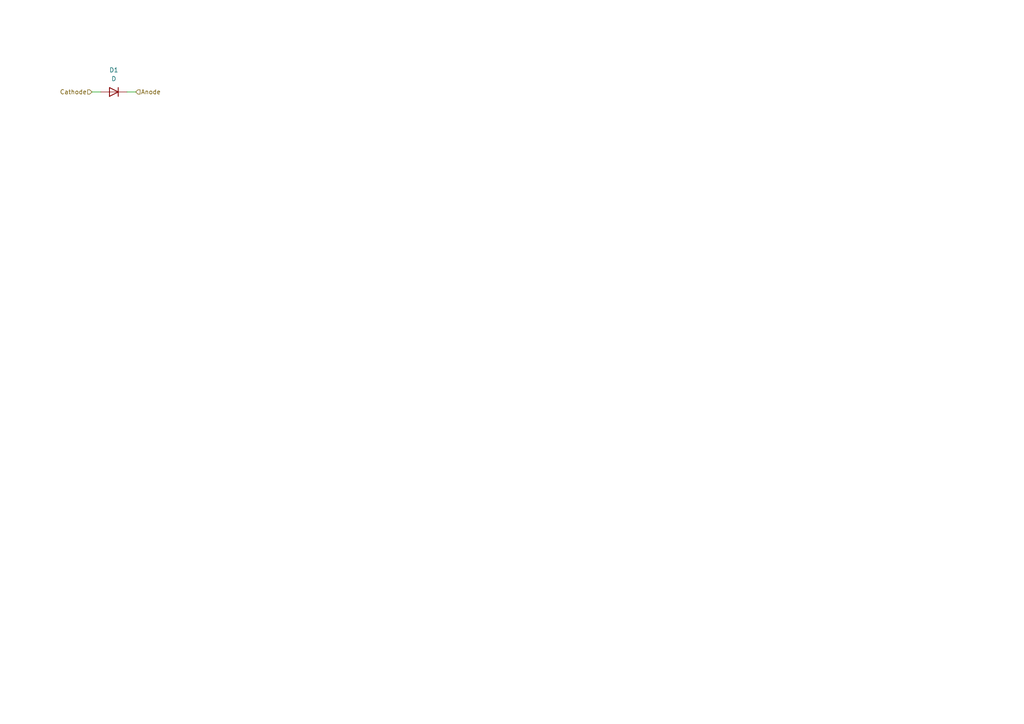
<source format=kicad_sch>
(kicad_sch (version 20230121) (generator eeschema)
  (paper "A4")
  (lib_symbols
    (symbol "Device:D" (pin_numbers hide) (pin_names (offset 1.016) hide)
      (property "Reference" "D" (at 0 2.54 0))
      (property "Value" "D" (at 0 -2.54 0))
      (symbol "D_0_1"
        (polyline (pts (xy -1.27 1.27) (xy -1.27 -1.27)) (stroke (width 0.254)))
        (polyline (pts (xy 1.27 0) (xy -1.27 0)))
        (polyline (pts (xy 1.27 1.27) (xy 1.27 -1.27) (xy -1.27 0) (xy 1.27 1.27)) (stroke (width 0.254)))
      )
      (symbol "D_1_1"
        (pin passive line (at -3.81 0 0) (length 2.54) (name "K") (number "1"))
        (pin passive line (at 3.81 0 180) (length 2.54) (name "A") (number "2"))
      )
    )
  )
  (wire (pts (xy 36.83 26.67) (xy 39.37 26.67)))
  (wire (pts (xy 26.67 26.67) (xy 29.21 26.67)))
  (hierarchical_label "Cathode" (shape input) (at 26.67 26.67 180))
  (hierarchical_label "Anode" (shape input) (at 39.37 26.67 0))
  (symbol (lib_id "Device:D") (at 33.02 26.67 180) (unit 1)
    (property "Reference" "D1" (at 33.02 20.32 0))
    (property "Value" "D" (at 33.02 22.86 0))
    (property "Sim.Device" "D" (effects hide))
    (property "Sim.Pins" "1=K 2=A" (effects hide))
  )
)
</source>
